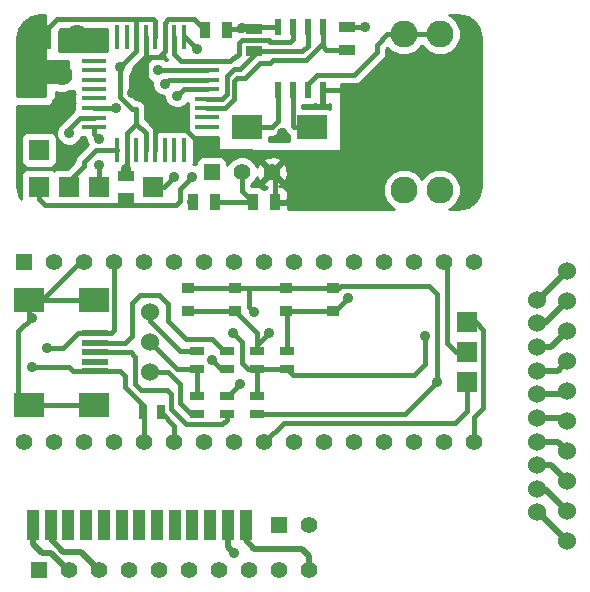
<source format=gtl>
G04 (created by PCBNEW (2013-dec-23)-stable) date Mon 09 Jun 2014 07:47:59 PM MDT*
%MOIN*%
G04 Gerber Fmt 3.4, Leading zero omitted, Abs format*
%FSLAX34Y34*%
G01*
G70*
G90*
G04 APERTURE LIST*
%ADD10C,0.00590551*%
%ADD11R,0.055X0.055*%
%ADD12C,0.055*%
%ADD13C,0.06*%
%ADD14R,0.07X0.07*%
%ADD15R,0.0591X0.0591*%
%ADD16C,0.0591*%
%ADD17C,0.08*%
%ADD18R,0.08X0.08*%
%ADD19C,0.07*%
%ADD20R,0.0984252X0.0787402*%
%ADD21C,0.16*%
%ADD22C,0.4*%
%ADD23C,0.09*%
%ADD24R,0.035X0.055*%
%ADD25R,0.055X0.035*%
%ADD26R,0.0177X0.0787*%
%ADD27R,0.0787X0.0177*%
%ADD28R,0.0236X0.0551*%
%ADD29R,0.0906X0.0197*%
%ADD30R,0.0984X0.0787*%
%ADD31R,0.0413386X0.0334646*%
%ADD32R,0.045X0.025*%
%ADD33R,0.025X0.045*%
%ADD34R,0.0433071X0.0984252*%
%ADD35C,0.035*%
%ADD36C,0.02*%
%ADD37C,0.015*%
%ADD38C,0.01*%
%ADD39C,0.06*%
G04 APERTURE END LIST*
G54D10*
G54D11*
X14500Y-28250D03*
G54D12*
X15500Y-28250D03*
X16500Y-28250D03*
X17500Y-28250D03*
X18500Y-28250D03*
X19500Y-28250D03*
X20500Y-28250D03*
X21500Y-28250D03*
X22500Y-28250D03*
X23500Y-28250D03*
G54D13*
X32100Y-27300D03*
X32100Y-26300D03*
X32100Y-25300D03*
X32100Y-24300D03*
X32100Y-23300D03*
X32100Y-22300D03*
X32100Y-21300D03*
X32100Y-20300D03*
X32100Y-19300D03*
X32100Y-18300D03*
X31100Y-26343D03*
X31100Y-25555D03*
X31100Y-24768D03*
X31100Y-23981D03*
X31100Y-23193D03*
X31100Y-22406D03*
X31100Y-21618D03*
X31100Y-20831D03*
X31100Y-20044D03*
X31100Y-19256D03*
G54D14*
X18300Y-15500D03*
G54D15*
X14150Y-12050D03*
G54D16*
X14150Y-13050D03*
G54D17*
X15750Y-10500D03*
G54D18*
X14500Y-10500D03*
G54D14*
X14500Y-14250D03*
G54D19*
X15250Y-12750D03*
X15250Y-11750D03*
G54D20*
X21417Y-13500D03*
X23582Y-13500D03*
G54D11*
X20250Y-15000D03*
G54D12*
X21250Y-15000D03*
X22250Y-15000D03*
G54D21*
X24550Y-15200D03*
G54D22*
X27250Y-13000D03*
G54D23*
X26650Y-10400D03*
X27850Y-10400D03*
X26650Y-15600D03*
X27850Y-15600D03*
G54D24*
X20775Y-10250D03*
X20025Y-10250D03*
G54D25*
X24750Y-10175D03*
X24750Y-10925D03*
X21650Y-10225D03*
X21650Y-10975D03*
X17400Y-15875D03*
X17400Y-15125D03*
G54D26*
X17107Y-10504D03*
X17422Y-10504D03*
X17737Y-10504D03*
X18052Y-10504D03*
X18367Y-10504D03*
X18682Y-10504D03*
X18997Y-10504D03*
X19312Y-10504D03*
X19310Y-14270D03*
X17100Y-14270D03*
X17420Y-14270D03*
X17740Y-14270D03*
X18050Y-14270D03*
X18370Y-14270D03*
X18680Y-14270D03*
X19000Y-14270D03*
G54D27*
X20100Y-11288D03*
X20100Y-11602D03*
X20100Y-11918D03*
X20100Y-12232D03*
X20100Y-12548D03*
X20100Y-12862D03*
X20100Y-13178D03*
X20100Y-13492D03*
X16320Y-11290D03*
X16320Y-11600D03*
X16320Y-11920D03*
X16320Y-12230D03*
X16320Y-12540D03*
X16320Y-12860D03*
X16320Y-13180D03*
X16320Y-13500D03*
G54D28*
X22450Y-10150D03*
X22450Y-12250D03*
X22950Y-10150D03*
X23450Y-10150D03*
X23950Y-10150D03*
X22950Y-12250D03*
X23450Y-12250D03*
X23950Y-12250D03*
G54D14*
X14500Y-15500D03*
X15500Y-15500D03*
X16500Y-15500D03*
G54D24*
X21625Y-16000D03*
X22375Y-16000D03*
X20375Y-16000D03*
X19625Y-16000D03*
G54D12*
X22000Y-18000D03*
X23000Y-18000D03*
X24000Y-18000D03*
X25000Y-18000D03*
X26000Y-18000D03*
X27000Y-18000D03*
X28000Y-18000D03*
X29000Y-18000D03*
G54D11*
X14000Y-18000D03*
G54D12*
X15000Y-18000D03*
X16000Y-18000D03*
X17000Y-18000D03*
X18000Y-18000D03*
X19000Y-18000D03*
X20000Y-18000D03*
X21000Y-18000D03*
X21000Y-24000D03*
X20000Y-24000D03*
X19000Y-24000D03*
X18000Y-24000D03*
X17000Y-24000D03*
X16000Y-24000D03*
X15000Y-24000D03*
X14000Y-24000D03*
X29000Y-24000D03*
X28000Y-24000D03*
X27000Y-24000D03*
X26000Y-24000D03*
X25000Y-24000D03*
X24000Y-24000D03*
X23000Y-24000D03*
X22000Y-24000D03*
G54D29*
X16358Y-20370D03*
X16358Y-20685D03*
X16358Y-21000D03*
X16358Y-21315D03*
X16358Y-21630D03*
G54D30*
X16319Y-19248D03*
X14154Y-19248D03*
X16319Y-22752D03*
X14154Y-22752D03*
G54D13*
X18200Y-19650D03*
X18200Y-21650D03*
X18200Y-20650D03*
G54D14*
X28750Y-22000D03*
X28750Y-21000D03*
X28750Y-20000D03*
G54D31*
X22712Y-18856D03*
X24287Y-18856D03*
X22712Y-19643D03*
X24287Y-19643D03*
X19462Y-18856D03*
X21037Y-18856D03*
X19462Y-19643D03*
X21037Y-19643D03*
G54D32*
X21750Y-21550D03*
X21750Y-20950D03*
X19750Y-20950D03*
X19750Y-21550D03*
X19750Y-23050D03*
X19750Y-22450D03*
G54D33*
X18550Y-23000D03*
X17950Y-23000D03*
G54D32*
X20750Y-22450D03*
X20750Y-23050D03*
X20750Y-20950D03*
X20750Y-21550D03*
X22750Y-20950D03*
X22750Y-21550D03*
X21750Y-23050D03*
X21750Y-22450D03*
G54D34*
X14291Y-26750D03*
X14881Y-26750D03*
X15472Y-26750D03*
X16062Y-26750D03*
X16653Y-26750D03*
X17244Y-26750D03*
X17834Y-26750D03*
X18425Y-26750D03*
X19015Y-26750D03*
X19606Y-26750D03*
X20196Y-26750D03*
X20787Y-26750D03*
X21377Y-26750D03*
G54D11*
X22500Y-26750D03*
G54D12*
X23500Y-26750D03*
G54D35*
X19750Y-10900D03*
X16500Y-13900D03*
X16500Y-14750D03*
X15500Y-13700D03*
X19600Y-15150D03*
X19100Y-12450D03*
X18700Y-12050D03*
X19000Y-15150D03*
X18450Y-11600D03*
X21000Y-27700D03*
X24800Y-19200D03*
X22150Y-20350D03*
X14250Y-21500D03*
X21200Y-22050D03*
X20250Y-21250D03*
X20950Y-20350D03*
X27350Y-20450D03*
X14750Y-20850D03*
X17600Y-12350D03*
X22600Y-13700D03*
X27750Y-22000D03*
X21650Y-19650D03*
X14250Y-19850D03*
X17050Y-12850D03*
X19600Y-16000D03*
X21250Y-10200D03*
X25350Y-10150D03*
X17400Y-14900D03*
X17200Y-11500D03*
G54D36*
X21377Y-26750D02*
X21377Y-27277D01*
X23500Y-27800D02*
X23500Y-28250D01*
X23250Y-27550D02*
X23500Y-27800D01*
X21650Y-27550D02*
X23250Y-27550D01*
X21377Y-27277D02*
X21650Y-27550D01*
G54D37*
X19312Y-10504D02*
X19354Y-10504D01*
X19354Y-10504D02*
X19750Y-10900D01*
X16320Y-13720D02*
X16320Y-13500D01*
X16500Y-13900D02*
X16320Y-13720D01*
X16500Y-15500D02*
X16500Y-14750D01*
X15500Y-13700D02*
X15500Y-13550D01*
X15500Y-13550D02*
X15870Y-13180D01*
X15870Y-13180D02*
X16320Y-13180D01*
X20100Y-12232D02*
X19318Y-12232D01*
X19100Y-12450D02*
X19318Y-12232D01*
X19200Y-15550D02*
X19600Y-15150D01*
X18650Y-16100D02*
X19050Y-16100D01*
X19200Y-15950D02*
X19200Y-15550D01*
X19050Y-16100D02*
X19200Y-15950D01*
X17400Y-16100D02*
X18650Y-16100D01*
G54D36*
X17400Y-15875D02*
X17400Y-16100D01*
G54D37*
X14500Y-15500D02*
X14500Y-15900D01*
X14500Y-15900D02*
X14700Y-16100D01*
X14700Y-16100D02*
X17400Y-16100D01*
X22450Y-12250D02*
X22450Y-13300D01*
X22250Y-13500D02*
X21417Y-13500D01*
X22450Y-13300D02*
X22250Y-13500D01*
X22950Y-12250D02*
X22950Y-13450D01*
X23000Y-13500D02*
X23582Y-13500D01*
X22950Y-13450D02*
X23000Y-13500D01*
X18832Y-11918D02*
X18700Y-12050D01*
X20100Y-11918D02*
X18832Y-11918D01*
X18650Y-15500D02*
X18300Y-15500D01*
X19000Y-15150D02*
X18650Y-15500D01*
G54D36*
X14881Y-26750D02*
X14881Y-27231D01*
X15900Y-27650D02*
X16500Y-28250D01*
X15300Y-27650D02*
X15900Y-27650D01*
X14881Y-27231D02*
X15300Y-27650D01*
G54D37*
X15500Y-15500D02*
X15500Y-15300D01*
X16000Y-14650D02*
X16380Y-14270D01*
X16000Y-14800D02*
X16000Y-14650D01*
X15500Y-15300D02*
X16000Y-14800D01*
X16380Y-14270D02*
X17100Y-14270D01*
X21650Y-10975D02*
X21650Y-11100D01*
X21650Y-11100D02*
X21200Y-11550D01*
X21200Y-11550D02*
X21000Y-11550D01*
X20100Y-12548D02*
X20602Y-12548D01*
X20750Y-11800D02*
X21000Y-11550D01*
X20750Y-12400D02*
X20750Y-11800D01*
X20602Y-12548D02*
X20750Y-12400D01*
X23450Y-10150D02*
X23450Y-10800D01*
X23275Y-10975D02*
X21650Y-10975D01*
X23450Y-10800D02*
X23275Y-10975D01*
X20100Y-12862D02*
X20688Y-12862D01*
X21100Y-11850D02*
X21350Y-11850D01*
X21000Y-11949D02*
X21100Y-11850D01*
X21000Y-12549D02*
X21000Y-11949D01*
X20688Y-12862D02*
X21000Y-12549D01*
X23400Y-11250D02*
X23950Y-10700D01*
X22300Y-11250D02*
X23400Y-11250D01*
X22200Y-11350D02*
X22300Y-11250D01*
X21850Y-11350D02*
X22200Y-11350D01*
X21350Y-11850D02*
X21850Y-11350D01*
X23950Y-10150D02*
X23950Y-10700D01*
X23950Y-10700D02*
X23950Y-10800D01*
X24075Y-10925D02*
X24750Y-10925D01*
X23950Y-10800D02*
X24075Y-10925D01*
X18997Y-10504D02*
X18997Y-11047D01*
X19238Y-11288D02*
X20100Y-11288D01*
X18997Y-11047D02*
X19238Y-11288D01*
X20950Y-11200D02*
X21000Y-11200D01*
X22950Y-10550D02*
X22850Y-10650D01*
X22850Y-10650D02*
X22200Y-10650D01*
X22200Y-10650D02*
X22150Y-10600D01*
X22150Y-10600D02*
X21250Y-10600D01*
X22950Y-10150D02*
X22950Y-10550D01*
X21150Y-10700D02*
X21150Y-11050D01*
X21250Y-10600D02*
X21150Y-10700D01*
X21000Y-11200D02*
X21150Y-11050D01*
X20862Y-11288D02*
X20100Y-11288D01*
X20950Y-11200D02*
X20862Y-11288D01*
X20100Y-11602D02*
X18452Y-11602D01*
X18452Y-11602D02*
X18450Y-11600D01*
G54D36*
X14291Y-26750D02*
X14291Y-27391D01*
X15450Y-28250D02*
X15500Y-28250D01*
X14900Y-27700D02*
X15450Y-28250D01*
X14600Y-27700D02*
X14900Y-27700D01*
X14291Y-27391D02*
X14600Y-27700D01*
G54D37*
X23450Y-12250D02*
X23450Y-12050D01*
X26100Y-10400D02*
X27850Y-10400D01*
X25750Y-10750D02*
X26100Y-10400D01*
X25750Y-11000D02*
X25750Y-10750D01*
X25000Y-11750D02*
X25750Y-11000D01*
X23750Y-11750D02*
X25000Y-11750D01*
X23450Y-12050D02*
X23750Y-11750D01*
G54D36*
X20787Y-27487D02*
X21000Y-27700D01*
X20787Y-26750D02*
X20787Y-27487D01*
G54D37*
X18200Y-19650D02*
X18200Y-19950D01*
X18200Y-19950D02*
X19200Y-20950D01*
X19750Y-20950D02*
X19200Y-20950D01*
X22750Y-20950D02*
X22750Y-19681D01*
X22750Y-19681D02*
X22712Y-19643D01*
X24800Y-19200D02*
X24356Y-19643D01*
X24356Y-19643D02*
X24287Y-19643D01*
X24287Y-19643D02*
X24356Y-19643D01*
X22712Y-19643D02*
X24287Y-19643D01*
X28750Y-21000D02*
X28400Y-21000D01*
X28100Y-18100D02*
X28000Y-18000D01*
X28100Y-20700D02*
X28100Y-18100D01*
X28400Y-21000D02*
X28100Y-20700D01*
X28750Y-20000D02*
X29050Y-20000D01*
X29000Y-23150D02*
X29000Y-24000D01*
X29300Y-22850D02*
X29000Y-23150D01*
X29300Y-20250D02*
X29300Y-22850D01*
X29050Y-20000D02*
X29300Y-20250D01*
X19750Y-23050D02*
X19550Y-23050D01*
X18800Y-21650D02*
X18200Y-21650D01*
X19200Y-22050D02*
X18800Y-21650D01*
X19200Y-22700D02*
X19200Y-22050D01*
X19550Y-23050D02*
X19200Y-22700D01*
X21750Y-20950D02*
X21750Y-20356D01*
X21750Y-20356D02*
X21037Y-19643D01*
X22650Y-23350D02*
X22000Y-24000D01*
X21750Y-20750D02*
X21750Y-20950D01*
X22150Y-20350D02*
X21750Y-20750D01*
X22650Y-23350D02*
X28350Y-23350D01*
X28350Y-23350D02*
X28750Y-22950D01*
X28750Y-22950D02*
X28750Y-22000D01*
X19462Y-19643D02*
X21037Y-19643D01*
X19000Y-24000D02*
X19000Y-23450D01*
X19000Y-23450D02*
X18550Y-23000D01*
X17950Y-23000D02*
X17950Y-22750D01*
X17180Y-21630D02*
X16358Y-21630D01*
X17350Y-21800D02*
X17180Y-21630D01*
X17350Y-22150D02*
X17350Y-21800D01*
X17950Y-22750D02*
X17350Y-22150D01*
X18000Y-24000D02*
X18000Y-23050D01*
X18000Y-23050D02*
X17950Y-23000D01*
X15630Y-21630D02*
X15500Y-21500D01*
X15500Y-21500D02*
X14250Y-21500D01*
X15630Y-21630D02*
X16358Y-21630D01*
X20800Y-22450D02*
X20750Y-22450D01*
X21200Y-22050D02*
X20800Y-22450D01*
X20250Y-21250D02*
X20550Y-21550D01*
G54D38*
X20550Y-21550D02*
X20750Y-21550D01*
G54D37*
X20550Y-21550D02*
X20750Y-21550D01*
X27000Y-21750D02*
X22950Y-21750D01*
X22950Y-21750D02*
X22750Y-21550D01*
X21450Y-21550D02*
X21750Y-21550D01*
X21250Y-21350D02*
X21450Y-21550D01*
X21250Y-20650D02*
X21250Y-21350D01*
X20950Y-20350D02*
X21250Y-20650D01*
X21750Y-22450D02*
X21750Y-21550D01*
X21750Y-21550D02*
X22750Y-21550D01*
X27350Y-21400D02*
X27000Y-21750D01*
X27350Y-20450D02*
X27350Y-21400D01*
X16358Y-20370D02*
X16880Y-20370D01*
X17000Y-20250D02*
X17000Y-18000D01*
X16880Y-20370D02*
X17000Y-20250D01*
X16358Y-20370D02*
X15780Y-20370D01*
X15300Y-20850D02*
X14750Y-20850D01*
X15780Y-20370D02*
X15300Y-20850D01*
X18370Y-13530D02*
X18700Y-13200D01*
X21550Y-14300D02*
X22250Y-15000D01*
X20100Y-14300D02*
X21550Y-14300D01*
X19000Y-13200D02*
X20100Y-14300D01*
X18700Y-13200D02*
X19000Y-13200D01*
X17600Y-12350D02*
X18052Y-12350D01*
X18052Y-12350D02*
X18000Y-12350D01*
X18000Y-12350D02*
X18052Y-12350D01*
X18682Y-10504D02*
X18682Y-10968D01*
X18500Y-11150D02*
X18052Y-11150D01*
X18682Y-10968D02*
X18500Y-11150D01*
X22375Y-16000D02*
X22375Y-15125D01*
X22375Y-15125D02*
X22250Y-15000D01*
G54D39*
X14500Y-13050D02*
X14150Y-13050D01*
X14500Y-13050D02*
X14950Y-13050D01*
X14950Y-13050D02*
X15250Y-12750D01*
G54D37*
X27250Y-13000D02*
X26750Y-13000D01*
X26750Y-13000D02*
X24550Y-15200D01*
X27250Y-13000D02*
X25250Y-13000D01*
X18682Y-10504D02*
X18682Y-10018D01*
X19675Y-9900D02*
X20025Y-10250D01*
X18800Y-9900D02*
X19675Y-9900D01*
X18682Y-10018D02*
X18800Y-9900D01*
X18052Y-10504D02*
X18052Y-11150D01*
X18052Y-11150D02*
X18052Y-11350D01*
X18052Y-12000D02*
X18052Y-12350D01*
X18052Y-11350D02*
X18052Y-12000D01*
X18052Y-12350D02*
X18052Y-13212D01*
X18370Y-13530D02*
X18370Y-14270D01*
X18052Y-13212D02*
X18370Y-13530D01*
X23950Y-12250D02*
X26500Y-12250D01*
X26500Y-12250D02*
X27250Y-13000D01*
X24287Y-18856D02*
X24493Y-18856D01*
X24550Y-18800D02*
X27500Y-18800D01*
X24493Y-18856D02*
X24550Y-18800D01*
X27500Y-18800D02*
X27750Y-19050D01*
X27750Y-19050D02*
X27750Y-22000D01*
X24343Y-18800D02*
X24287Y-18856D01*
X24343Y-18800D02*
X24287Y-18856D01*
X21750Y-23050D02*
X26700Y-23050D01*
X26700Y-23050D02*
X27750Y-22000D01*
X21500Y-19500D02*
X21500Y-18856D01*
X21650Y-19650D02*
X21500Y-19500D01*
X24343Y-18800D02*
X24287Y-18856D01*
X19750Y-21550D02*
X19100Y-21550D01*
X19100Y-21550D02*
X18200Y-20650D01*
X19750Y-22450D02*
X19750Y-21550D01*
X21037Y-18856D02*
X19462Y-18856D01*
X21037Y-18856D02*
X21500Y-18856D01*
X21500Y-18856D02*
X22712Y-18856D01*
X24287Y-18856D02*
X22712Y-18856D01*
X16000Y-18000D02*
X15850Y-18000D01*
X14602Y-19248D02*
X14154Y-19248D01*
X15850Y-18000D02*
X14602Y-19248D01*
X14154Y-22752D02*
X14154Y-22704D01*
X13800Y-20300D02*
X14250Y-19850D01*
X13800Y-22350D02*
X13800Y-20300D01*
X14154Y-22704D02*
X13800Y-22350D01*
X14154Y-19754D02*
X14154Y-19248D01*
X14250Y-19850D02*
X14154Y-19754D01*
X16319Y-22752D02*
X14154Y-22752D01*
X16319Y-19248D02*
X14154Y-19248D01*
G54D36*
X31100Y-19256D02*
X31143Y-19256D01*
X31143Y-19256D02*
X32100Y-18300D01*
X31100Y-26343D02*
X31143Y-26343D01*
X31143Y-26343D02*
X32100Y-27300D01*
X31100Y-20044D02*
X31355Y-20044D01*
X31355Y-20044D02*
X32100Y-19300D01*
G54D37*
X20750Y-20950D02*
X20650Y-20950D01*
X17365Y-20685D02*
X16358Y-20685D01*
X17600Y-20450D02*
X17365Y-20685D01*
X17600Y-19350D02*
X17600Y-20450D01*
X17850Y-19100D02*
X17600Y-19350D01*
X18500Y-19100D02*
X17850Y-19100D01*
X18800Y-19400D02*
X18500Y-19100D01*
X18800Y-19950D02*
X18800Y-19400D01*
X19400Y-20550D02*
X18800Y-19950D01*
X20250Y-20550D02*
X19400Y-20550D01*
X20650Y-20950D02*
X20250Y-20550D01*
X20250Y-23400D02*
X20600Y-23400D01*
X20750Y-23250D02*
X20750Y-23050D01*
X20600Y-23400D02*
X20750Y-23250D01*
X19400Y-23400D02*
X20250Y-23400D01*
X19400Y-23400D02*
X18900Y-22900D01*
X18750Y-22250D02*
X17900Y-22250D01*
X18900Y-22400D02*
X18750Y-22250D01*
X18900Y-22900D02*
X18900Y-22400D01*
X17550Y-21000D02*
X16358Y-21000D01*
X17700Y-21150D02*
X17550Y-21000D01*
X17700Y-22050D02*
X17700Y-21150D01*
X17900Y-22250D02*
X17700Y-22050D01*
G54D36*
X31100Y-20831D02*
X31568Y-20831D01*
X31568Y-20831D02*
X32100Y-20300D01*
X31100Y-21618D02*
X31781Y-21618D01*
X31781Y-21618D02*
X32100Y-21300D01*
X31100Y-22406D02*
X31993Y-22406D01*
X31993Y-22406D02*
X32100Y-22300D01*
X31100Y-23193D02*
X31993Y-23193D01*
X31993Y-23193D02*
X32100Y-23300D01*
X31100Y-23981D02*
X31781Y-23981D01*
X31781Y-23981D02*
X32100Y-24300D01*
X31100Y-24768D02*
X31568Y-24768D01*
X31568Y-24768D02*
X32100Y-25300D01*
X31100Y-25555D02*
X31355Y-25555D01*
X31355Y-25555D02*
X32100Y-26300D01*
G54D37*
X21625Y-16000D02*
X20375Y-16000D01*
X21250Y-15000D02*
X21250Y-15625D01*
X21250Y-15625D02*
X21625Y-16000D01*
X17040Y-12860D02*
X16320Y-12860D01*
X17050Y-12850D02*
X17040Y-12860D01*
X19600Y-16000D02*
X19625Y-16000D01*
X17737Y-10504D02*
X17737Y-10963D01*
X17737Y-10963D02*
X17200Y-11500D01*
X17200Y-11500D02*
X17200Y-12500D01*
X17737Y-13387D02*
X17737Y-12900D01*
X17200Y-12500D02*
X17600Y-12900D01*
X17600Y-12900D02*
X17737Y-12900D01*
X21150Y-10250D02*
X21150Y-10225D01*
X21175Y-10225D02*
X21150Y-10250D01*
X21225Y-10225D02*
X21175Y-10225D01*
X21250Y-10200D02*
X21225Y-10225D01*
X25325Y-10175D02*
X25350Y-10150D01*
X24750Y-10175D02*
X25325Y-10175D01*
X17400Y-14900D02*
X17400Y-15125D01*
X17420Y-14880D02*
X17420Y-14270D01*
X17400Y-14900D02*
X17420Y-14880D01*
X14500Y-10500D02*
X15100Y-9900D01*
X15100Y-9900D02*
X15250Y-9900D01*
G54D39*
X15250Y-11750D02*
X14450Y-11750D01*
X14450Y-11750D02*
X14150Y-12050D01*
X14150Y-12050D02*
X14150Y-10850D01*
G54D37*
X14150Y-10850D02*
X14500Y-10500D01*
X15250Y-9900D02*
X17800Y-9900D01*
X17800Y-9900D02*
X17737Y-9963D01*
X17420Y-14270D02*
X17420Y-13704D01*
X17420Y-13704D02*
X17737Y-13387D01*
X18050Y-14270D02*
X18050Y-13700D01*
X18050Y-13700D02*
X17737Y-13387D01*
X18367Y-10504D02*
X18367Y-9967D01*
X18300Y-9900D02*
X17800Y-9900D01*
X18367Y-9967D02*
X18300Y-9900D01*
X17800Y-9900D02*
X17737Y-9963D01*
X17737Y-9963D02*
X17737Y-10504D01*
X21650Y-10225D02*
X21150Y-10225D01*
X21150Y-10225D02*
X20800Y-10225D01*
X20800Y-10225D02*
X20775Y-10250D01*
X22450Y-10150D02*
X21725Y-10150D01*
X21725Y-10150D02*
X21650Y-10225D01*
G54D10*
G36*
X16113Y-14077D02*
X15770Y-14420D01*
X15699Y-14525D01*
X15675Y-14650D01*
X15675Y-14665D01*
X15440Y-14900D01*
X15100Y-14900D01*
X15100Y-14900D01*
X15100Y-14649D01*
X15100Y-14550D01*
X15100Y-13850D01*
X15061Y-13758D01*
X14991Y-13688D01*
X14899Y-13650D01*
X14800Y-13650D01*
X14100Y-13650D01*
X14008Y-13688D01*
X13938Y-13758D01*
X13900Y-13850D01*
X13900Y-13949D01*
X13900Y-14649D01*
X13938Y-14741D01*
X14008Y-14811D01*
X14100Y-14850D01*
X14199Y-14850D01*
X14899Y-14850D01*
X14991Y-14811D01*
X15061Y-14741D01*
X15100Y-14649D01*
X15100Y-14900D01*
X15008Y-14938D01*
X15000Y-14946D01*
X14991Y-14938D01*
X14899Y-14900D01*
X14800Y-14900D01*
X14100Y-14900D01*
X14008Y-14938D01*
X13938Y-15008D01*
X13900Y-15100D01*
X13900Y-15199D01*
X13900Y-15881D01*
X13830Y-15777D01*
X13769Y-15473D01*
X13769Y-12800D01*
X15050Y-12800D01*
X15050Y-12316D01*
X15130Y-12349D01*
X15368Y-12350D01*
X15490Y-12300D01*
X15676Y-12300D01*
X15676Y-12368D01*
X15683Y-12384D01*
X15676Y-12401D01*
X15676Y-12501D01*
X15676Y-12678D01*
X15685Y-12699D01*
X15676Y-12721D01*
X15676Y-12821D01*
X15676Y-12925D01*
X15640Y-12950D01*
X15270Y-13320D01*
X15252Y-13346D01*
X15252Y-13346D01*
X15139Y-13458D01*
X15075Y-13615D01*
X15074Y-13784D01*
X15139Y-13940D01*
X15258Y-14060D01*
X15415Y-14124D01*
X15584Y-14125D01*
X15740Y-14060D01*
X15860Y-13941D01*
X15902Y-13838D01*
X15976Y-13838D01*
X16018Y-13838D01*
X16019Y-13844D01*
X16074Y-13927D01*
X16074Y-13984D01*
X16113Y-14077D01*
X16113Y-14077D01*
G37*
G54D38*
X16113Y-14077D02*
X15770Y-14420D01*
X15699Y-14525D01*
X15675Y-14650D01*
X15675Y-14665D01*
X15440Y-14900D01*
X15100Y-14900D01*
X15100Y-14900D01*
X15100Y-14649D01*
X15100Y-14550D01*
X15100Y-13850D01*
X15061Y-13758D01*
X14991Y-13688D01*
X14899Y-13650D01*
X14800Y-13650D01*
X14100Y-13650D01*
X14008Y-13688D01*
X13938Y-13758D01*
X13900Y-13850D01*
X13900Y-13949D01*
X13900Y-14649D01*
X13938Y-14741D01*
X14008Y-14811D01*
X14100Y-14850D01*
X14199Y-14850D01*
X14899Y-14850D01*
X14991Y-14811D01*
X15061Y-14741D01*
X15100Y-14649D01*
X15100Y-14900D01*
X15008Y-14938D01*
X15000Y-14946D01*
X14991Y-14938D01*
X14899Y-14900D01*
X14800Y-14900D01*
X14100Y-14900D01*
X14008Y-14938D01*
X13938Y-15008D01*
X13900Y-15100D01*
X13900Y-15199D01*
X13900Y-15881D01*
X13830Y-15777D01*
X13769Y-15473D01*
X13769Y-12800D01*
X15050Y-12800D01*
X15050Y-12316D01*
X15130Y-12349D01*
X15368Y-12350D01*
X15490Y-12300D01*
X15676Y-12300D01*
X15676Y-12368D01*
X15683Y-12384D01*
X15676Y-12401D01*
X15676Y-12501D01*
X15676Y-12678D01*
X15685Y-12699D01*
X15676Y-12721D01*
X15676Y-12821D01*
X15676Y-12925D01*
X15640Y-12950D01*
X15270Y-13320D01*
X15252Y-13346D01*
X15252Y-13346D01*
X15139Y-13458D01*
X15075Y-13615D01*
X15074Y-13784D01*
X15139Y-13940D01*
X15258Y-14060D01*
X15415Y-14124D01*
X15584Y-14125D01*
X15740Y-14060D01*
X15860Y-13941D01*
X15902Y-13838D01*
X15976Y-13838D01*
X16018Y-13838D01*
X16019Y-13844D01*
X16074Y-13927D01*
X16074Y-13984D01*
X16113Y-14077D01*
G54D10*
G36*
X16771Y-10955D02*
X16763Y-10951D01*
X16663Y-10951D01*
X16050Y-10951D01*
X16050Y-10950D01*
X15149Y-10950D01*
X15150Y-10949D01*
X15150Y-10850D01*
X15150Y-10309D01*
X15234Y-10225D01*
X15250Y-10225D01*
X16768Y-10225D01*
X16768Y-10947D01*
X16771Y-10955D01*
X16771Y-10955D01*
G37*
G54D38*
X16771Y-10955D02*
X16763Y-10951D01*
X16663Y-10951D01*
X16050Y-10951D01*
X16050Y-10950D01*
X15149Y-10950D01*
X15150Y-10949D01*
X15150Y-10850D01*
X15150Y-10309D01*
X15234Y-10225D01*
X15250Y-10225D01*
X16768Y-10225D01*
X16768Y-10947D01*
X16771Y-10955D01*
G54D10*
G36*
X19464Y-13019D02*
X19456Y-13039D01*
X19456Y-13139D01*
X19456Y-13316D01*
X19464Y-13334D01*
X19456Y-13353D01*
X19456Y-13453D01*
X19456Y-13629D01*
X19448Y-13626D01*
X19348Y-13626D01*
X19171Y-13626D01*
X19155Y-13633D01*
X19138Y-13626D01*
X19038Y-13626D01*
X18861Y-13626D01*
X18840Y-13635D01*
X18818Y-13626D01*
X18718Y-13626D01*
X18541Y-13626D01*
X18525Y-13633D01*
X18508Y-13626D01*
X18476Y-13626D01*
X18414Y-13689D01*
X18414Y-13700D01*
X18379Y-13734D01*
X18375Y-13745D01*
X18375Y-13700D01*
X18350Y-13575D01*
X18350Y-13575D01*
X18279Y-13470D01*
X18062Y-13252D01*
X18062Y-12900D01*
X18037Y-12775D01*
X17966Y-12670D01*
X17861Y-12599D01*
X17737Y-12575D01*
X17734Y-12575D01*
X17525Y-12365D01*
X17525Y-11776D01*
X17560Y-11741D01*
X17624Y-11584D01*
X17624Y-11534D01*
X17966Y-11192D01*
X17997Y-11147D01*
X18037Y-11087D01*
X18037Y-11087D01*
X18053Y-11006D01*
X18066Y-11039D01*
X18096Y-11068D01*
X18096Y-11085D01*
X18158Y-11147D01*
X18190Y-11147D01*
X18209Y-11139D01*
X18228Y-11147D01*
X18328Y-11147D01*
X18505Y-11147D01*
X18524Y-11139D01*
X18543Y-11147D01*
X18575Y-11147D01*
X18637Y-11085D01*
X18637Y-11068D01*
X18667Y-11039D01*
X18672Y-11028D01*
X18672Y-11047D01*
X18696Y-11171D01*
X18767Y-11276D01*
X18767Y-11277D01*
X18728Y-11277D01*
X18691Y-11239D01*
X18534Y-11175D01*
X18365Y-11174D01*
X18209Y-11239D01*
X18089Y-11358D01*
X18025Y-11515D01*
X18024Y-11684D01*
X18089Y-11840D01*
X18208Y-11960D01*
X18275Y-11987D01*
X18274Y-12134D01*
X18339Y-12290D01*
X18458Y-12410D01*
X18615Y-12474D01*
X18674Y-12474D01*
X18674Y-12534D01*
X18739Y-12690D01*
X18858Y-12810D01*
X19015Y-12874D01*
X19184Y-12875D01*
X19340Y-12810D01*
X19458Y-12692D01*
X19464Y-12704D01*
X19456Y-12723D01*
X19456Y-12823D01*
X19456Y-13000D01*
X19464Y-13019D01*
X19464Y-13019D01*
G37*
G54D38*
X19464Y-13019D02*
X19456Y-13039D01*
X19456Y-13139D01*
X19456Y-13316D01*
X19464Y-13334D01*
X19456Y-13353D01*
X19456Y-13453D01*
X19456Y-13629D01*
X19448Y-13626D01*
X19348Y-13626D01*
X19171Y-13626D01*
X19155Y-13633D01*
X19138Y-13626D01*
X19038Y-13626D01*
X18861Y-13626D01*
X18840Y-13635D01*
X18818Y-13626D01*
X18718Y-13626D01*
X18541Y-13626D01*
X18525Y-13633D01*
X18508Y-13626D01*
X18476Y-13626D01*
X18414Y-13689D01*
X18414Y-13700D01*
X18379Y-13734D01*
X18375Y-13745D01*
X18375Y-13700D01*
X18350Y-13575D01*
X18350Y-13575D01*
X18279Y-13470D01*
X18062Y-13252D01*
X18062Y-12900D01*
X18037Y-12775D01*
X17966Y-12670D01*
X17861Y-12599D01*
X17737Y-12575D01*
X17734Y-12575D01*
X17525Y-12365D01*
X17525Y-11776D01*
X17560Y-11741D01*
X17624Y-11584D01*
X17624Y-11534D01*
X17966Y-11192D01*
X17997Y-11147D01*
X18037Y-11087D01*
X18037Y-11087D01*
X18053Y-11006D01*
X18066Y-11039D01*
X18096Y-11068D01*
X18096Y-11085D01*
X18158Y-11147D01*
X18190Y-11147D01*
X18209Y-11139D01*
X18228Y-11147D01*
X18328Y-11147D01*
X18505Y-11147D01*
X18524Y-11139D01*
X18543Y-11147D01*
X18575Y-11147D01*
X18637Y-11085D01*
X18637Y-11068D01*
X18667Y-11039D01*
X18672Y-11028D01*
X18672Y-11047D01*
X18696Y-11171D01*
X18767Y-11276D01*
X18767Y-11277D01*
X18728Y-11277D01*
X18691Y-11239D01*
X18534Y-11175D01*
X18365Y-11174D01*
X18209Y-11239D01*
X18089Y-11358D01*
X18025Y-11515D01*
X18024Y-11684D01*
X18089Y-11840D01*
X18208Y-11960D01*
X18275Y-11987D01*
X18274Y-12134D01*
X18339Y-12290D01*
X18458Y-12410D01*
X18615Y-12474D01*
X18674Y-12474D01*
X18674Y-12534D01*
X18739Y-12690D01*
X18858Y-12810D01*
X19015Y-12874D01*
X19184Y-12875D01*
X19340Y-12810D01*
X19458Y-12692D01*
X19464Y-12704D01*
X19456Y-12723D01*
X19456Y-12823D01*
X19456Y-13000D01*
X19464Y-13019D01*
G54D10*
G36*
X20082Y-10300D02*
X20075Y-10300D01*
X20075Y-10307D01*
X19975Y-10307D01*
X19975Y-10300D01*
X19967Y-10300D01*
X19967Y-10200D01*
X19975Y-10200D01*
X19975Y-10192D01*
X20075Y-10192D01*
X20075Y-10200D01*
X20082Y-10200D01*
X20082Y-10300D01*
X20082Y-10300D01*
G37*
G54D38*
X20082Y-10300D02*
X20075Y-10300D01*
X20075Y-10307D01*
X19975Y-10307D01*
X19975Y-10300D01*
X19967Y-10300D01*
X19967Y-10200D01*
X19975Y-10200D01*
X19975Y-10192D01*
X20075Y-10192D01*
X20075Y-10200D01*
X20082Y-10200D01*
X20082Y-10300D01*
G54D10*
G36*
X29230Y-15473D02*
X29169Y-15777D01*
X29012Y-16012D01*
X28777Y-16169D01*
X28473Y-16230D01*
X28157Y-16230D01*
X28246Y-16193D01*
X28443Y-15997D01*
X28549Y-15739D01*
X28550Y-15461D01*
X28443Y-15204D01*
X28247Y-15006D01*
X27989Y-14900D01*
X27711Y-14899D01*
X27454Y-15006D01*
X27256Y-15202D01*
X27250Y-15219D01*
X27243Y-15204D01*
X27047Y-15006D01*
X26789Y-14900D01*
X26511Y-14899D01*
X26254Y-15006D01*
X26056Y-15202D01*
X25950Y-15460D01*
X25949Y-15738D01*
X26056Y-15996D01*
X26252Y-16193D01*
X26342Y-16230D01*
X24550Y-16230D01*
X22800Y-16230D01*
X22800Y-16225D01*
X22800Y-16112D01*
X22737Y-16050D01*
X22425Y-16050D01*
X22425Y-16057D01*
X22325Y-16057D01*
X22325Y-16050D01*
X22317Y-16050D01*
X22317Y-15950D01*
X22325Y-15950D01*
X22325Y-15942D01*
X22425Y-15942D01*
X22425Y-15950D01*
X22737Y-15950D01*
X22800Y-15887D01*
X22800Y-15774D01*
X22800Y-15675D01*
X22779Y-15626D01*
X22779Y-15075D01*
X22768Y-14867D01*
X22710Y-14727D01*
X22617Y-14702D01*
X22547Y-14773D01*
X22547Y-14632D01*
X22522Y-14539D01*
X22325Y-14470D01*
X22117Y-14481D01*
X21977Y-14539D01*
X21952Y-14632D01*
X22250Y-14929D01*
X22547Y-14632D01*
X22547Y-14773D01*
X22320Y-15000D01*
X22617Y-15297D01*
X22710Y-15272D01*
X22779Y-15075D01*
X22779Y-15626D01*
X22761Y-15583D01*
X22691Y-15513D01*
X22599Y-15475D01*
X22487Y-15475D01*
X22522Y-15460D01*
X22547Y-15367D01*
X22250Y-15070D01*
X21952Y-15367D01*
X21977Y-15460D01*
X22089Y-15500D01*
X22058Y-15513D01*
X21999Y-15571D01*
X21941Y-15513D01*
X21849Y-15475D01*
X21750Y-15475D01*
X21575Y-15475D01*
X21575Y-15417D01*
X21694Y-15297D01*
X21747Y-15171D01*
X21789Y-15272D01*
X21882Y-15297D01*
X22179Y-15000D01*
X21882Y-14702D01*
X21789Y-14727D01*
X21750Y-14837D01*
X21695Y-14703D01*
X21547Y-14555D01*
X21354Y-14475D01*
X21146Y-14474D01*
X20953Y-14554D01*
X20805Y-14702D01*
X20775Y-14774D01*
X20775Y-14675D01*
X20736Y-14583D01*
X20666Y-14513D01*
X20574Y-14475D01*
X20475Y-14475D01*
X19925Y-14475D01*
X19833Y-14513D01*
X19763Y-14583D01*
X19725Y-14675D01*
X19725Y-14741D01*
X19684Y-14725D01*
X19643Y-14725D01*
X19648Y-14713D01*
X19648Y-14613D01*
X19648Y-13827D01*
X19656Y-13830D01*
X19756Y-13830D01*
X20450Y-13830D01*
X20450Y-14300D01*
X24550Y-14300D01*
X24550Y-12075D01*
X25000Y-12075D01*
X25124Y-12050D01*
X25124Y-12050D01*
X25229Y-11979D01*
X25979Y-11229D01*
X26050Y-11124D01*
X26075Y-11000D01*
X26075Y-11000D01*
X26075Y-10999D01*
X26075Y-10884D01*
X26109Y-10849D01*
X26252Y-10993D01*
X26510Y-11099D01*
X26788Y-11100D01*
X27046Y-10993D01*
X27243Y-10797D01*
X27249Y-10780D01*
X27256Y-10796D01*
X27452Y-10993D01*
X27710Y-11099D01*
X27988Y-11100D01*
X28246Y-10993D01*
X28443Y-10797D01*
X28549Y-10539D01*
X28550Y-10261D01*
X28443Y-10004D01*
X28247Y-9806D01*
X28157Y-9769D01*
X28473Y-9769D01*
X28777Y-9830D01*
X29012Y-9987D01*
X29169Y-10222D01*
X29230Y-10526D01*
X29230Y-15473D01*
X29230Y-15473D01*
G37*
G54D38*
X29230Y-15473D02*
X29169Y-15777D01*
X29012Y-16012D01*
X28777Y-16169D01*
X28473Y-16230D01*
X28157Y-16230D01*
X28246Y-16193D01*
X28443Y-15997D01*
X28549Y-15739D01*
X28550Y-15461D01*
X28443Y-15204D01*
X28247Y-15006D01*
X27989Y-14900D01*
X27711Y-14899D01*
X27454Y-15006D01*
X27256Y-15202D01*
X27250Y-15219D01*
X27243Y-15204D01*
X27047Y-15006D01*
X26789Y-14900D01*
X26511Y-14899D01*
X26254Y-15006D01*
X26056Y-15202D01*
X25950Y-15460D01*
X25949Y-15738D01*
X26056Y-15996D01*
X26252Y-16193D01*
X26342Y-16230D01*
X24550Y-16230D01*
X22800Y-16230D01*
X22800Y-16225D01*
X22800Y-16112D01*
X22737Y-16050D01*
X22425Y-16050D01*
X22425Y-16057D01*
X22325Y-16057D01*
X22325Y-16050D01*
X22317Y-16050D01*
X22317Y-15950D01*
X22325Y-15950D01*
X22325Y-15942D01*
X22425Y-15942D01*
X22425Y-15950D01*
X22737Y-15950D01*
X22800Y-15887D01*
X22800Y-15774D01*
X22800Y-15675D01*
X22779Y-15626D01*
X22779Y-15075D01*
X22768Y-14867D01*
X22710Y-14727D01*
X22617Y-14702D01*
X22547Y-14773D01*
X22547Y-14632D01*
X22522Y-14539D01*
X22325Y-14470D01*
X22117Y-14481D01*
X21977Y-14539D01*
X21952Y-14632D01*
X22250Y-14929D01*
X22547Y-14632D01*
X22547Y-14773D01*
X22320Y-15000D01*
X22617Y-15297D01*
X22710Y-15272D01*
X22779Y-15075D01*
X22779Y-15626D01*
X22761Y-15583D01*
X22691Y-15513D01*
X22599Y-15475D01*
X22487Y-15475D01*
X22522Y-15460D01*
X22547Y-15367D01*
X22250Y-15070D01*
X21952Y-15367D01*
X21977Y-15460D01*
X22089Y-15500D01*
X22058Y-15513D01*
X21999Y-15571D01*
X21941Y-15513D01*
X21849Y-15475D01*
X21750Y-15475D01*
X21575Y-15475D01*
X21575Y-15417D01*
X21694Y-15297D01*
X21747Y-15171D01*
X21789Y-15272D01*
X21882Y-15297D01*
X22179Y-15000D01*
X21882Y-14702D01*
X21789Y-14727D01*
X21750Y-14837D01*
X21695Y-14703D01*
X21547Y-14555D01*
X21354Y-14475D01*
X21146Y-14474D01*
X20953Y-14554D01*
X20805Y-14702D01*
X20775Y-14774D01*
X20775Y-14675D01*
X20736Y-14583D01*
X20666Y-14513D01*
X20574Y-14475D01*
X20475Y-14475D01*
X19925Y-14475D01*
X19833Y-14513D01*
X19763Y-14583D01*
X19725Y-14675D01*
X19725Y-14741D01*
X19684Y-14725D01*
X19643Y-14725D01*
X19648Y-14713D01*
X19648Y-14613D01*
X19648Y-13827D01*
X19656Y-13830D01*
X19756Y-13830D01*
X20450Y-13830D01*
X20450Y-14300D01*
X24550Y-14300D01*
X24550Y-12075D01*
X25000Y-12075D01*
X25124Y-12050D01*
X25124Y-12050D01*
X25229Y-11979D01*
X25979Y-11229D01*
X26050Y-11124D01*
X26075Y-11000D01*
X26075Y-11000D01*
X26075Y-10999D01*
X26075Y-10884D01*
X26109Y-10849D01*
X26252Y-10993D01*
X26510Y-11099D01*
X26788Y-11100D01*
X27046Y-10993D01*
X27243Y-10797D01*
X27249Y-10780D01*
X27256Y-10796D01*
X27452Y-10993D01*
X27710Y-11099D01*
X27988Y-11100D01*
X28246Y-10993D01*
X28443Y-10797D01*
X28549Y-10539D01*
X28550Y-10261D01*
X28443Y-10004D01*
X28247Y-9806D01*
X28157Y-9769D01*
X28473Y-9769D01*
X28777Y-9830D01*
X29012Y-9987D01*
X29169Y-10222D01*
X29230Y-10526D01*
X29230Y-15473D01*
G54D10*
G36*
X15450Y-11950D02*
X14700Y-11950D01*
X14700Y-12450D01*
X13769Y-12450D01*
X13769Y-10526D01*
X13830Y-10222D01*
X13987Y-9987D01*
X14222Y-9830D01*
X14526Y-9769D01*
X14700Y-9769D01*
X14700Y-11300D01*
X15450Y-11300D01*
X15450Y-11950D01*
X15450Y-11950D01*
G37*
G54D38*
X15450Y-11950D02*
X14700Y-11950D01*
X14700Y-12450D01*
X13769Y-12450D01*
X13769Y-10526D01*
X13830Y-10222D01*
X13987Y-9987D01*
X14222Y-9830D01*
X14526Y-9769D01*
X14700Y-9769D01*
X14700Y-11300D01*
X15450Y-11300D01*
X15450Y-11950D01*
G54D10*
G36*
X22843Y-13950D02*
X22156Y-13950D01*
X22159Y-13943D01*
X22159Y-13843D01*
X22159Y-13825D01*
X22250Y-13825D01*
X22374Y-13800D01*
X22374Y-13800D01*
X22479Y-13729D01*
X22647Y-13562D01*
X22647Y-13562D01*
X22649Y-13574D01*
X22720Y-13679D01*
X22770Y-13729D01*
X22840Y-13776D01*
X22840Y-13943D01*
X22843Y-13950D01*
X22843Y-13950D01*
G37*
G54D38*
X22843Y-13950D02*
X22156Y-13950D01*
X22159Y-13943D01*
X22159Y-13843D01*
X22159Y-13825D01*
X22250Y-13825D01*
X22374Y-13800D01*
X22374Y-13800D01*
X22479Y-13729D01*
X22647Y-13562D01*
X22647Y-13562D01*
X22649Y-13574D01*
X22720Y-13679D01*
X22770Y-13729D01*
X22840Y-13776D01*
X22840Y-13943D01*
X22843Y-13950D01*
G54D10*
G36*
X24200Y-12887D02*
X24124Y-12856D01*
X24025Y-12856D01*
X23275Y-12856D01*
X23275Y-12772D01*
X23282Y-12775D01*
X23381Y-12775D01*
X23617Y-12775D01*
X23700Y-12741D01*
X23782Y-12775D01*
X23837Y-12775D01*
X23900Y-12713D01*
X23900Y-12300D01*
X23892Y-12300D01*
X23892Y-12200D01*
X23900Y-12200D01*
X23900Y-12192D01*
X24000Y-12192D01*
X24000Y-12200D01*
X24007Y-12200D01*
X24007Y-12300D01*
X24000Y-12300D01*
X24000Y-12713D01*
X24062Y-12775D01*
X24117Y-12775D01*
X24200Y-12741D01*
X24200Y-12887D01*
X24200Y-12887D01*
G37*
G54D38*
X24200Y-12887D02*
X24124Y-12856D01*
X24025Y-12856D01*
X23275Y-12856D01*
X23275Y-12772D01*
X23282Y-12775D01*
X23381Y-12775D01*
X23617Y-12775D01*
X23700Y-12741D01*
X23782Y-12775D01*
X23837Y-12775D01*
X23900Y-12713D01*
X23900Y-12300D01*
X23892Y-12300D01*
X23892Y-12200D01*
X23900Y-12200D01*
X23900Y-12192D01*
X24000Y-12192D01*
X24000Y-12200D01*
X24007Y-12200D01*
X24007Y-12300D01*
X24000Y-12300D01*
X24000Y-12713D01*
X24062Y-12775D01*
X24117Y-12775D01*
X24200Y-12741D01*
X24200Y-12887D01*
M02*

</source>
